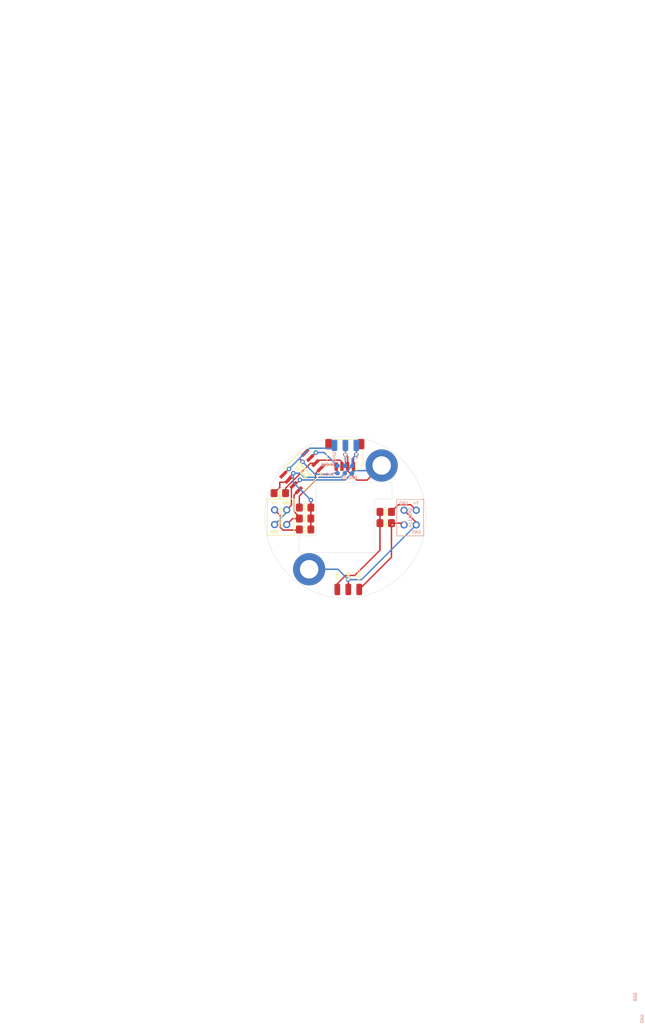
<source format=kicad_pcb>
(kicad_pcb (version 20171130) (host pcbnew "(5.1.10)-1")

  (general
    (thickness 1.6)
    (drawings 22)
    (tracks 127)
    (zones 0)
    (modules 27)
    (nets 13)
  )

  (page A4)
  (layers
    (0 F.Cu signal)
    (31 B.Cu signal)
    (32 B.Adhes user)
    (33 F.Adhes user)
    (34 B.Paste user)
    (35 F.Paste user)
    (36 B.SilkS user)
    (37 F.SilkS user)
    (38 B.Mask user)
    (39 F.Mask user)
    (40 Dwgs.User user hide)
    (41 Cmts.User user)
    (44 Edge.Cuts user)
    (45 Margin user)
    (46 B.CrtYd user)
    (47 F.CrtYd user)
    (48 B.Fab user)
    (49 F.Fab user)
  )

  (setup
    (last_trace_width 0.25)
    (trace_clearance 0.2)
    (zone_clearance 0.508)
    (zone_45_only no)
    (trace_min 0.2)
    (via_size 0.8)
    (via_drill 0.4)
    (via_min_size 0.4)
    (via_min_drill 0.3)
    (uvia_size 0.3)
    (uvia_drill 0.1)
    (uvias_allowed no)
    (uvia_min_size 0.2)
    (uvia_min_drill 0.1)
    (edge_width 0.05)
    (segment_width 0.2)
    (pcb_text_width 0.3)
    (pcb_text_size 1.5 1.5)
    (mod_edge_width 0.12)
    (mod_text_size 1 1)
    (mod_text_width 0.15)
    (pad_size 5 0.508)
    (pad_drill 5)
    (pad_to_mask_clearance 0.0508)
    (aux_axis_origin 0 0)
    (visible_elements 7FFFFF7F)
    (pcbplotparams
      (layerselection 0x010fc_ffffffff)
      (usegerberextensions false)
      (usegerberattributes true)
      (usegerberadvancedattributes true)
      (creategerberjobfile true)
      (excludeedgelayer true)
      (linewidth 0.100000)
      (plotframeref false)
      (viasonmask false)
      (mode 1)
      (useauxorigin false)
      (hpglpennumber 1)
      (hpglpenspeed 20)
      (hpglpendiameter 15.000000)
      (psnegative false)
      (psa4output false)
      (plotreference true)
      (plotvalue true)
      (plotinvisibletext false)
      (padsonsilk false)
      (subtractmaskfromsilk false)
      (outputformat 1)
      (mirror false)
      (drillshape 1)
      (scaleselection 1)
      (outputdirectory ""))
  )

  (net 0 "")
  (net 1 GND)
  (net 2 SYS_SWCLK)
  (net 3 SYS_SWDIO)
  (net 4 V_IN)
  (net 5 I2C1_SDA)
  (net 6 I2C1_SCl)
  (net 7 "Net-(R2-Pad1)")
  (net 8 GPIO_Input_2)
  (net 9 V_IN_2)
  (net 10 GPIO_Input_2_2)
  (net 11 GPIO_Input_1)
  (net 12 "Net-(R6-Pad1)")

  (net_class Default "This is the default net class."
    (clearance 0.2)
    (trace_width 0.25)
    (via_dia 0.8)
    (via_drill 0.4)
    (uvia_dia 0.3)
    (uvia_drill 0.1)
    (add_net GND)
    (add_net GPIO_Input_1)
    (add_net GPIO_Input_2)
    (add_net GPIO_Input_2_2)
    (add_net I2C1_SCl)
    (add_net I2C1_SDA)
    (add_net "Net-(R2-Pad1)")
    (add_net "Net-(R6-Pad1)")
    (add_net SYS_SWCLK)
    (add_net SYS_SWDIO)
    (add_net V_IN)
    (add_net V_IN_2)
  )

  (module "" (layer F.Cu) (tedit 0) (tstamp 0)
    (at 60.2 79.7)
    (fp_text reference "" (at 50.2 93.6) (layer F.SilkS)
      (effects (font (size 1.27 1.27) (thickness 0.15)))
    )
    (fp_text value "" (at 50.2 93.6) (layer F.SilkS)
      (effects (font (size 1.27 1.27) (thickness 0.15)))
    )
    (fp_text user GND (at 50.15 93.5 90) (layer B.SilkS)
      (effects (font (size 0.5 0.5) (thickness 0.125)) (justify mirror))
    )
  )

  (module "" (layer F.Cu) (tedit 0) (tstamp 0)
    (at 61.4 83.5)
    (fp_text reference "" (at 50.2 93.6) (layer F.SilkS)
      (effects (font (size 1.27 1.27) (thickness 0.15)))
    )
    (fp_text value "" (at 50.2 93.6) (layer F.SilkS)
      (effects (font (size 1.27 1.27) (thickness 0.15)))
    )
    (fp_text user GND (at 50.15 93.5 90) (layer B.SilkS)
      (effects (font (size 0.5 0.5) (thickness 0.125)) (justify mirror))
    )
  )

  (module "" (layer F.Cu) (tedit 0) (tstamp 0)
    (at 0.25 0.5)
    (fp_text reference "" (at 50.2 93.6) (layer F.SilkS)
      (effects (font (size 1.27 1.27) (thickness 0.15)))
    )
    (fp_text value "" (at 50.2 93.6) (layer F.SilkS)
      (effects (font (size 1.27 1.27) (thickness 0.15)))
    )
  )

  (module "" (layer F.Cu) (tedit 0) (tstamp 0)
    (at 60.2 79.7)
    (fp_text reference "" (at 50.2 93.6) (layer F.SilkS)
      (effects (font (size 1.27 1.27) (thickness 0.15)))
    )
    (fp_text value "" (at 50.2 93.6) (layer F.SilkS)
      (effects (font (size 1.27 1.27) (thickness 0.15)))
    )
    (fp_text user GND (at 50.15 93.5 90) (layer B.SilkS)
      (effects (font (size 0.5 0.5) (thickness 0.125)) (justify mirror))
    )
  )

  (module footprints:0.5mm_by_8mm_slot (layer F.Cu) (tedit 60C903E2) (tstamp 5F8FDD5A)
    (at 49.1744 93.6)
    (fp_text reference Slot (at 0 0.5) (layer F.SilkS) hide
      (effects (font (size 1 1) (thickness 0.15)))
    )
    (fp_text value 0.5mm_by_8mm_slot (at 0 -0.5) (layer F.Fab) hide
      (effects (font (size 1 1) (thickness 0.15)))
    )
    (pad "" np_thru_hole oval (at 0 -0.15) (size 5 0.508) (drill oval 5 0.508) (layers *.Cu *.Mask))
  )

  (module footprints:0.5mm_by_8mm_slot (layer F.Cu) (tedit 60C903AE) (tstamp 5F8FDD45)
    (at 70.866 86.7)
    (fp_text reference Slot (at 0 0.5) (layer F.SilkS) hide
      (effects (font (size 1 1) (thickness 0.15)))
    )
    (fp_text value 0.5mm_by_8mm_slot (at 0 -0.5) (layer F.Fab) hide
      (effects (font (size 1 1) (thickness 0.15)))
    )
    (pad "" np_thru_hole oval (at 0 -0.15) (size 5 0.508) (drill oval 5 0.508) (layers *.Cu *.Mask))
  )

  (module MountingHole:MountingHole_2.2mm_M2 (layer F.Cu) (tedit 56D1B4CB) (tstamp 5F8F2C23)
    (at 49.7 95.8)
    (descr "Mounting Hole 2.2mm, no annular, M2")
    (tags "mounting hole 2.2mm no annular m2")
    (attr virtual)
    (fp_text reference REF** (at 0 -3.2) (layer F.SilkS) hide
      (effects (font (size 1 1) (thickness 0.15)))
    )
    (fp_text value MountingHole_2.2mm_M2 (at 0 3.2) (layer F.Fab) hide
      (effects (font (size 1 1) (thickness 0.15)))
    )
    (fp_circle (center 0 0) (end 2.45 0) (layer F.CrtYd) (width 0.05))
    (fp_circle (center 0 0) (end 2.2 0) (layer Cmts.User) (width 0.15))
    (fp_text user %R (at 0.3 0) (layer F.Fab) hide
      (effects (font (size 1 1) (thickness 0.15)))
    )
    (pad 1 np_thru_hole circle (at 0 0) (size 2.2 2.2) (drill 2.2) (layers *.Cu *.Mask))
  )

  (module MountingHole:MountingHole_3.2mm_M3_DIN965_Pad (layer F.Cu) (tedit 56D1B4CB) (tstamp 5F8F2160)
    (at 53.7 99)
    (descr "Mounting Hole 3.2mm, M3, DIN965")
    (tags "mounting hole 3.2mm m3 din965")
    (path /5F909BA1)
    (attr virtual)
    (fp_text reference H1 (at 0 -3.8) (layer F.SilkS) hide
      (effects (font (size 1 1) (thickness 0.15)))
    )
    (fp_text value MountingHole_Pad (at 0 3.8) (layer F.Fab) hide
      (effects (font (size 1 1) (thickness 0.15)))
    )
    (fp_circle (center 0 0) (end 2.8 0) (layer Cmts.User) (width 0.15))
    (fp_circle (center 0 0) (end 3.05 0) (layer F.CrtYd) (width 0.05))
    (fp_text user %R (at 0.3 0) (layer F.Fab)
      (effects (font (size 1 1) (thickness 0.15)))
    )
    (pad 1 thru_hole circle (at 0 0) (size 5.6 5.6) (drill 3.2) (layers *.Cu *.Mask)
      (net 1 GND))
  )

  (module MountingHole:MountingHole_2.2mm_M2 (layer F.Cu) (tedit 56D1B4CB) (tstamp 5F8F71B5)
    (at 70.3 84.2)
    (descr "Mounting Hole 2.2mm, no annular, M2")
    (tags "mounting hole 2.2mm no annular m2")
    (attr virtual)
    (fp_text reference REF** (at 0 -3.2) (layer F.SilkS) hide
      (effects (font (size 1 1) (thickness 0.15)))
    )
    (fp_text value MountingHole_2.2mm_M2 (at 0 3.2) (layer F.Fab) hide
      (effects (font (size 1 1) (thickness 0.15)))
    )
    (fp_circle (center 0 0) (end 2.2 0) (layer Cmts.User) (width 0.15))
    (fp_circle (center 0 0) (end 2.45 0) (layer F.CrtYd) (width 0.05))
    (fp_text user %R (at 0.3 0) (layer F.Fab) hide
      (effects (font (size 1 1) (thickness 0.15)))
    )
    (pad 1 np_thru_hole circle (at 0 0) (size 2.2 2.2) (drill 2.2) (layers *.Cu *.Mask))
  )

  (module MountingHole:MountingHole_3.2mm_M3_DIN965_Pad (layer F.Cu) (tedit 56D1B4CB) (tstamp 5F8EAA48)
    (at 66.3 81)
    (descr "Mounting Hole 3.2mm, M3, DIN965")
    (tags "mounting hole 3.2mm m3 din965")
    (path /5F8D6382)
    (attr virtual)
    (fp_text reference H2 (at 0 -3.8) (layer F.SilkS) hide
      (effects (font (size 1 1) (thickness 0.15)))
    )
    (fp_text value MountingHole_Pad (at 0 3.8) (layer F.Fab) hide
      (effects (font (size 1 1) (thickness 0.15)))
    )
    (fp_circle (center 0 0) (end 2.8 0) (layer Cmts.User) (width 0.15))
    (fp_circle (center 0 0) (end 3.05 0) (layer F.CrtYd) (width 0.05))
    (fp_text user %R (at 0.3 0) (layer F.Fab)
      (effects (font (size 1 1) (thickness 0.15)))
    )
    (pad 1 thru_hole circle (at 0 0) (size 5.6 5.6) (drill 3.2) (layers *.Cu *.Mask)
      (net 1 GND))
  )

  (module Connector_JST:JST_SH_SM04B-SRSS-TB_1x04-1MP_P1.00mm_Horizontal (layer F.Cu) (tedit 5B78AD87) (tstamp 5F90AA9E)
    (at 59.9 79.175 180)
    (descr "JST SH series connector, SM04B-SRSS-TB (http://www.jst-mfg.com/product/pdf/eng/eSH.pdf), generated with kicad-footprint-generator")
    (tags "connector JST SH top entry")
    (path /5F8F98A2)
    (attr smd)
    (fp_text reference J1 (at 0.2 0.3 180) (layer F.SilkS) hide
      (effects (font (size 1 1) (thickness 0.15)))
    )
    (fp_text value Conn_01x04 (at 0 3.98 180) (layer F.Fab) hide
      (effects (font (size 1 1) (thickness 0.15)))
    )
    (fp_line (start -1.5 -0.967893) (end -1 -1.675) (layer F.Fab) (width 0.1))
    (fp_line (start -2 -1.675) (end -1.5 -0.967893) (layer F.Fab) (width 0.1))
    (fp_line (start 3.9 -3.28) (end -3.9 -3.28) (layer F.CrtYd) (width 0.05))
    (fp_line (start 3.9 3.28) (end 3.9 -3.28) (layer F.CrtYd) (width 0.05))
    (fp_line (start -3.9 3.28) (end 3.9 3.28) (layer F.CrtYd) (width 0.05))
    (fp_line (start -3.9 -3.28) (end -3.9 3.28) (layer F.CrtYd) (width 0.05))
    (fp_line (start 3 -1.675) (end 3 2.575) (layer F.Fab) (width 0.1))
    (fp_line (start -3 -1.675) (end -3 2.575) (layer F.Fab) (width 0.1))
    (fp_line (start -3 2.575) (end 3 2.575) (layer F.Fab) (width 0.1))
    (fp_line (start -1.94 2.685) (end 1.94 2.685) (layer F.SilkS) (width 0.12))
    (fp_line (start 3.11 -1.785) (end 2.06 -1.785) (layer F.SilkS) (width 0.12))
    (fp_line (start 3.11 0.715) (end 3.11 -1.785) (layer F.SilkS) (width 0.12))
    (fp_line (start -2.06 -1.785) (end -2.06 -2.775) (layer F.SilkS) (width 0.12))
    (fp_line (start -3.11 -1.785) (end -2.06 -1.785) (layer F.SilkS) (width 0.12))
    (fp_line (start -3.11 0.715) (end -3.11 -1.785) (layer F.SilkS) (width 0.12))
    (fp_line (start -3 -1.675) (end 3 -1.675) (layer F.Fab) (width 0.1))
    (pad MP smd roundrect (at 2.8 1.875 180) (size 1.2 1.8) (layers F.Cu F.Paste F.Mask) (roundrect_rratio 0.208333))
    (pad MP smd roundrect (at -2.8 1.875 180) (size 1.2 1.8) (layers F.Cu F.Paste F.Mask) (roundrect_rratio 0.208333))
    (pad 4 smd roundrect (at 1.5 -2 180) (size 0.6 1.55) (layers F.Cu F.Paste F.Mask) (roundrect_rratio 0.25)
      (net 6 I2C1_SCl))
    (pad 3 smd roundrect (at 0.5 -2 180) (size 0.6 1.55) (layers F.Cu F.Paste F.Mask) (roundrect_rratio 0.25)
      (net 5 I2C1_SDA))
    (pad 2 smd roundrect (at -0.5 -2 180) (size 0.6 1.55) (layers F.Cu F.Paste F.Mask) (roundrect_rratio 0.25)
      (net 1 GND))
    (pad 1 smd roundrect (at -1.5 -2 180) (size 0.6 1.55) (layers F.Cu F.Paste F.Mask) (roundrect_rratio 0.25)
      (net 4 V_IN))
    (model ${KISYS3DMOD}/Connector_JST.3dshapes/JST_SH_SM04B-SRSS-TB_1x04-1MP_P1.00mm_Horizontal.wrl
      (at (xyz 0 0 0))
      (scale (xyz 1 1 1))
      (rotate (xyz 0 0 0))
    )
  )

  (module Connector:Tag-Connect_TC2030-IDC-NL_2x03_P1.27mm_Vertical (layer B.Cu) (tedit 5A29CEA9) (tstamp 5F90E64C)
    (at 59.9 81.7)
    (descr "Tag-Connect programming header; http://www.tag-connect.com/Materials/TC2030-IDC-NL.pdf")
    (tags "tag connect programming header pogo pins")
    (path /5F84BCF7)
    (attr virtual)
    (fp_text reference J2 (at 0 -2.7) (layer B.SilkS) hide
      (effects (font (size 1 1) (thickness 0.15)) (justify mirror))
    )
    (fp_text value Conn_02x03_Counter_Clockwise (at 0 2.3) (layer B.Fab) hide
      (effects (font (size 1 1) (thickness 0.15)) (justify mirror))
    )
    (fp_line (start 0.635 -0.635) (end 1.27 0) (layer Dwgs.User) (width 0.1))
    (fp_line (start 0 -0.635) (end 1.27 0.635) (layer Dwgs.User) (width 0.1))
    (fp_line (start -0.635 -0.635) (end 0.635 0.635) (layer Dwgs.User) (width 0.1))
    (fp_line (start -1.27 0) (end -0.635 0.635) (layer Dwgs.User) (width 0.1))
    (fp_line (start -1.27 -0.635) (end 0 0.635) (layer Dwgs.User) (width 0.1))
    (fp_line (start -1.27 0.635) (end 1.27 0.635) (layer Dwgs.User) (width 0.1))
    (fp_line (start 1.27 0.635) (end 1.27 -0.635) (layer Dwgs.User) (width 0.1))
    (fp_line (start 1.27 -0.635) (end -1.27 -0.635) (layer Dwgs.User) (width 0.1))
    (fp_line (start -1.27 -0.635) (end -1.27 0.635) (layer Dwgs.User) (width 0.1))
    (fp_line (start -3.5 2) (end 3.5 2) (layer B.CrtYd) (width 0.05))
    (fp_line (start 3.5 2) (end 3.5 -2) (layer B.CrtYd) (width 0.05))
    (fp_line (start 3.5 -2) (end -3.5 -2) (layer B.CrtYd) (width 0.05))
    (fp_line (start -3.5 -2) (end -3.5 2) (layer B.CrtYd) (width 0.05))
    (fp_line (start -1.27 -1.27) (end -1.905 -1.27) (layer B.SilkS) (width 0.12))
    (fp_line (start -1.905 -1.27) (end -1.905 -0.635) (layer B.SilkS) (width 0.12))
    (fp_text user KEEPOUT (at 0 0) (layer Cmts.User) hide
      (effects (font (size 0.4 0.4) (thickness 0.07)))
    )
    (fp_text user %R (at 0 0) (layer B.Fab) hide
      (effects (font (size 1 1) (thickness 0.15)) (justify mirror))
    )
    (pad 6 connect circle (at 1.27 0.635) (size 0.7874 0.7874) (layers B.Cu B.Mask)
      (net 1 GND))
    (pad 5 connect circle (at 1.27 -0.635) (size 0.7874 0.7874) (layers B.Cu B.Mask)
      (net 4 V_IN))
    (pad 4 connect circle (at 0 0.635) (size 0.7874 0.7874) (layers B.Cu B.Mask)
      (net 4 V_IN))
    (pad 3 connect circle (at 0 -0.635) (size 0.7874 0.7874) (layers B.Cu B.Mask)
      (net 1 GND))
    (pad 2 connect circle (at -1.27 0.635) (size 0.7874 0.7874) (layers B.Cu B.Mask)
      (net 2 SYS_SWCLK))
    (pad 1 connect circle (at -1.27 -0.635) (size 0.7874 0.7874) (layers B.Cu B.Mask)
      (net 3 SYS_SWDIO))
    (pad "" np_thru_hole circle (at -2.54 0) (size 0.9906 0.9906) (drill 0.9906) (layers *.Cu *.Mask))
    (pad "" np_thru_hole circle (at 2.54 -1.016) (size 0.9906 0.9906) (drill 0.9906) (layers *.Cu *.Mask))
    (pad "" np_thru_hole circle (at 2.54 1.016) (size 0.9906 0.9906) (drill 0.9906) (layers *.Cu *.Mask))
  )

  (module footprints:QRD1114 (layer B.Cu) (tedit 0) (tstamp 5F8D4556)
    (at 70.19 91.3)
    (path /5F8D5657)
    (fp_text reference U3 (at 0.01 -1.27 90) (layer B.SilkS) hide
      (effects (font (size 0.5 0.5) (thickness 0.125)) (justify mirror))
    )
    (fp_text value QRD1114 (at 1.055 -1.27 90) (layer B.SilkS)
      (effects (font (size 0.5 0.5) (thickness 0.125)) (justify mirror))
    )
    (fp_line (start 3.2521 1.778) (end -1.1421 1.778) (layer B.Fab) (width 0.1524))
    (fp_line (start 3.2521 -4.318) (end -1.1421 -4.318) (layer B.Fab) (width 0.1524))
    (fp_line (start 3.2521 1.778) (end 3.2521 -4.318) (layer B.Fab) (width 0.1524))
    (fp_line (start -1.1421 1.778) (end -1.1421 -4.318) (layer B.Fab) (width 0.1524))
    (fp_line (start 3.3791 1.905) (end -1.2691 1.905) (layer B.SilkS) (width 0.1524))
    (fp_line (start 3.3791 -4.445) (end -1.2691 -4.445) (layer B.SilkS) (width 0.1524))
    (fp_line (start 3.3791 1.905) (end 3.3791 -4.445) (layer B.SilkS) (width 0.1524))
    (fp_line (start -1.2691 1.905) (end -1.2691 -4.445) (layer B.SilkS) (width 0.1524))
    (fp_line (start -1.3961 -4.572) (end -1.3961 2.032) (layer B.CrtYd) (width 0.1524))
    (fp_line (start -1.3961 2.032) (end 3.5061 2.032) (layer B.CrtYd) (width 0.1524))
    (fp_line (start 3.5061 2.032) (end 3.5061 -4.572) (layer B.CrtYd) (width 0.1524))
    (fp_line (start 3.5061 -4.572) (end -1.3961 -4.572) (layer B.CrtYd) (width 0.1524))
    (fp_circle (center -1.143 0) (end -1.0668 0) (layer B.Fab) (width 0.1524))
    (fp_circle (center -2.0311 0) (end -1.9549 0) (layer B.SilkS) (width 0.1524))
    (fp_text user "Copyright 2016 Accelerated Designs. All rights reserved." (at 0 0) (layer Cmts.User) hide
      (effects (font (size 0.127 0.127) (thickness 0.002)))
    )
    (fp_text user * (at 0 0) (layer B.SilkS)
      (effects (font (size 1 1) (thickness 0.15)) (justify mirror))
    )
    (fp_text user * (at 0 0) (layer B.Fab)
      (effects (font (size 1 1) (thickness 0.15)) (justify mirror))
    )
    (pad 1 thru_hole circle (at 0 0) (size 1.27 1.27) (drill 0.762) (layers *.Cu *.Mask)
      (net 10 GPIO_Input_2_2))
    (pad 2 thru_hole circle (at 0 -2.54) (size 1.27 1.27) (drill 0.762) (layers *.Cu *.Mask)
      (net 1 GND))
    (pad 3 thru_hole circle (at 2.11 -2.54) (size 1.27 1.27) (drill 0.762) (layers *.Cu *.Mask)
      (net 12 "Net-(R6-Pad1)"))
    (pad 4 thru_hole circle (at 2.11 0) (size 1.27 1.27) (drill 0.762) (layers *.Cu *.Mask)
      (net 1 GND))
  )

  (module Connector_Wire:SolderWirePad_1x01_SMD_1x2mm (layer F.Cu) (tedit 5DD6EB27) (tstamp 5F8DA882)
    (at 62.4 102.5)
    (descr "Wire Pad, Square, SMD Pad,  5mm x 10mm,")
    (tags "MesurementPoint Square SMDPad 5mmx10mm ")
    (path /5F902EBA)
    (attr virtual)
    (fp_text reference GPIO (at -0.043 -2.5256 90) (layer F.SilkS)
      (effects (font (size 0.5 0.5) (thickness 0.125)))
    )
    (fp_text value Conn_01x01 (at 0 2.54) (layer F.Fab) hide
      (effects (font (size 1 1) (thickness 0.15)))
    )
    (fp_line (start -0.63 1.27) (end -0.63 -1.27) (layer F.Fab) (width 0.1))
    (fp_line (start 0.63 1.27) (end -0.63 1.27) (layer F.Fab) (width 0.1))
    (fp_line (start 0.63 -1.27) (end 0.63 1.27) (layer F.Fab) (width 0.1))
    (fp_line (start -0.63 -1.27) (end 0.63 -1.27) (layer F.Fab) (width 0.1))
    (fp_line (start -0.63 -1.27) (end -0.63 1.27) (layer F.CrtYd) (width 0.05))
    (fp_line (start -0.63 1.27) (end 0.63 1.27) (layer F.CrtYd) (width 0.05))
    (fp_line (start 0.63 1.27) (end 0.63 -1.27) (layer F.CrtYd) (width 0.05))
    (fp_line (start 0.63 -1.27) (end -0.63 -1.27) (layer F.CrtYd) (width 0.05))
    (fp_text user %R (at 0 0) (layer F.Fab) hide
      (effects (font (size 1 1) (thickness 0.15)))
    )
    (pad 1 smd roundrect (at 0 0) (size 1 2) (layers F.Cu F.Paste F.Mask) (roundrect_rratio 0.25)
      (net 10 GPIO_Input_2_2))
  )

  (module Connector_Wire:SolderWirePad_1x01_SMD_1x2mm (layer B.Cu) (tedit 5DD6EB27) (tstamp 5F8DA874)
    (at 60 77.5)
    (descr "Wire Pad, Square, SMD Pad,  5mm x 10mm,")
    (tags "MesurementPoint Square SMDPad 5mmx10mm ")
    (path /5F902EC0)
    (attr virtual)
    (fp_text reference J7 (at 0 2.54) (layer B.SilkS) hide
      (effects (font (size 1 1) (thickness 0.15)) (justify mirror))
    )
    (fp_text value Conn_01x01 (at 0 -2.54) (layer B.Fab) hide
      (effects (font (size 1 1) (thickness 0.15)) (justify mirror))
    )
    (fp_line (start -0.63 -1.27) (end -0.63 1.27) (layer B.Fab) (width 0.1))
    (fp_line (start 0.63 -1.27) (end -0.63 -1.27) (layer B.Fab) (width 0.1))
    (fp_line (start 0.63 1.27) (end 0.63 -1.27) (layer B.Fab) (width 0.1))
    (fp_line (start -0.63 1.27) (end 0.63 1.27) (layer B.Fab) (width 0.1))
    (fp_line (start -0.63 1.27) (end -0.63 -1.27) (layer B.CrtYd) (width 0.05))
    (fp_line (start -0.63 -1.27) (end 0.63 -1.27) (layer B.CrtYd) (width 0.05))
    (fp_line (start 0.63 -1.27) (end 0.63 1.27) (layer B.CrtYd) (width 0.05))
    (fp_line (start 0.63 1.27) (end -0.63 1.27) (layer B.CrtYd) (width 0.05))
    (fp_text user GND (at 0.0456 1.9258 90) (layer B.SilkS)
      (effects (font (size 0.5 0.5) (thickness 0.125)) (justify mirror))
    )
    (pad 1 smd roundrect (at 0 0) (size 1 2) (layers B.Cu B.Paste B.Mask) (roundrect_rratio 0.25)
      (net 1 GND))
  )

  (module Connector_Wire:SolderWirePad_1x01_SMD_1x2mm (layer F.Cu) (tedit 5DD6EB27) (tstamp 5F90E1D2)
    (at 58.6 102.5)
    (descr "Wire Pad, Square, SMD Pad,  5mm x 10mm,")
    (tags "MesurementPoint Square SMDPad 5mmx10mm ")
    (path /5F902EC6)
    (attr virtual)
    (fp_text reference VIN (at 0.0232 -2.3478 90) (layer F.SilkS)
      (effects (font (size 0.5 0.5) (thickness 0.125)))
    )
    (fp_text value Conn_01x01 (at 0 2.54) (layer F.Fab) hide
      (effects (font (size 1 1) (thickness 0.15)))
    )
    (fp_line (start -0.63 1.27) (end -0.63 -1.27) (layer F.Fab) (width 0.1))
    (fp_line (start 0.63 1.27) (end -0.63 1.27) (layer F.Fab) (width 0.1))
    (fp_line (start 0.63 -1.27) (end 0.63 1.27) (layer F.Fab) (width 0.1))
    (fp_line (start -0.63 -1.27) (end 0.63 -1.27) (layer F.Fab) (width 0.1))
    (fp_line (start -0.63 -1.27) (end -0.63 1.27) (layer F.CrtYd) (width 0.05))
    (fp_line (start -0.63 1.27) (end 0.63 1.27) (layer F.CrtYd) (width 0.05))
    (fp_line (start 0.63 1.27) (end 0.63 -1.27) (layer F.CrtYd) (width 0.05))
    (fp_line (start 0.63 -1.27) (end -0.63 -1.27) (layer F.CrtYd) (width 0.05))
    (fp_text user %R (at 0 0) (layer F.Fab) hide
      (effects (font (size 1 1) (thickness 0.15)))
    )
    (pad 1 smd roundrect (at 0 0) (size 1 2) (layers F.Cu F.Paste F.Mask) (roundrect_rratio 0.25)
      (net 9 V_IN_2))
  )

  (module Connector_Wire:SolderWirePad_1x01_SMD_1x2mm (layer B.Cu) (tedit 5DD6EB27) (tstamp 5F90B1BF)
    (at 58.1 77.5)
    (descr "Wire Pad, Square, SMD Pad,  5mm x 10mm,")
    (tags "MesurementPoint Square SMDPad 5mmx10mm ")
    (path /5F8FAE6C)
    (attr virtual)
    (fp_text reference J5 (at 0 2.54) (layer B.SilkS) hide
      (effects (font (size 1 1) (thickness 0.15)) (justify mirror))
    )
    (fp_text value Conn_01x01 (at 0.1 -2.5) (layer B.Fab) hide
      (effects (font (size 1 1) (thickness 0.15)) (justify mirror))
    )
    (fp_line (start -0.63 -1.27) (end -0.63 1.27) (layer B.Fab) (width 0.1))
    (fp_line (start 0.63 -1.27) (end -0.63 -1.27) (layer B.Fab) (width 0.1))
    (fp_line (start 0.63 1.27) (end 0.63 -1.27) (layer B.Fab) (width 0.1))
    (fp_line (start -0.63 1.27) (end 0.63 1.27) (layer B.Fab) (width 0.1))
    (fp_line (start -0.63 1.27) (end -0.63 -1.27) (layer B.CrtYd) (width 0.05))
    (fp_line (start -0.63 -1.27) (end 0.63 -1.27) (layer B.CrtYd) (width 0.05))
    (fp_line (start 0.63 -1.27) (end 0.63 1.27) (layer B.CrtYd) (width 0.05))
    (fp_line (start 0.63 1.27) (end -0.63 1.27) (layer B.CrtYd) (width 0.05))
    (fp_text user GPIO (at 0.0152 2.002 90) (layer B.SilkS)
      (effects (font (size 0.5 0.5) (thickness 0.125)) (justify mirror))
    )
    (pad 1 smd roundrect (at 0 0) (size 1 2) (layers B.Cu B.Paste B.Mask) (roundrect_rratio 0.25)
      (net 8 GPIO_Input_2))
  )

  (module Connector_Wire:SolderWirePad_1x01_SMD_1x2mm (layer F.Cu) (tedit 5DD6EB27) (tstamp 5F8DA84A)
    (at 60.5 102.5)
    (descr "Wire Pad, Square, SMD Pad,  5mm x 10mm,")
    (tags "MesurementPoint Square SMDPad 5mmx10mm ")
    (path /5F8FA899)
    (attr virtual)
    (fp_text reference GND (at 0.0028 -2.3478 90) (layer F.SilkS)
      (effects (font (size 0.5 0.5) (thickness 0.125)))
    )
    (fp_text value Conn_01x01 (at 0 2.54) (layer F.Fab) hide
      (effects (font (size 1 1) (thickness 0.15)))
    )
    (fp_line (start -0.63 1.27) (end -0.63 -1.27) (layer F.Fab) (width 0.1))
    (fp_line (start 0.63 1.27) (end -0.63 1.27) (layer F.Fab) (width 0.1))
    (fp_line (start 0.63 -1.27) (end 0.63 1.27) (layer F.Fab) (width 0.1))
    (fp_line (start -0.63 -1.27) (end 0.63 -1.27) (layer F.Fab) (width 0.1))
    (fp_line (start -0.63 -1.27) (end -0.63 1.27) (layer F.CrtYd) (width 0.05))
    (fp_line (start -0.63 1.27) (end 0.63 1.27) (layer F.CrtYd) (width 0.05))
    (fp_line (start 0.63 1.27) (end 0.63 -1.27) (layer F.CrtYd) (width 0.05))
    (fp_line (start 0.63 -1.27) (end -0.63 -1.27) (layer F.CrtYd) (width 0.05))
    (fp_text user %R (at 0 0) (layer F.Fab) hide
      (effects (font (size 1 1) (thickness 0.15)))
    )
    (pad 1 smd roundrect (at 0 0) (size 1 2) (layers F.Cu F.Paste F.Mask) (roundrect_rratio 0.25)
      (net 1 GND))
  )

  (module Connector_Wire:SolderWirePad_1x01_SMD_1x2mm (layer B.Cu) (tedit 5DD6EB27) (tstamp 5F8DC62F)
    (at 61.9 77.5)
    (descr "Wire Pad, Square, SMD Pad,  5mm x 10mm,")
    (tags "MesurementPoint Square SMDPad 5mmx10mm ")
    (path /5F8ED92E)
    (attr virtual)
    (fp_text reference J3 (at 0 2.54) (layer B.SilkS) hide
      (effects (font (size 1 1) (thickness 0.15)) (justify mirror))
    )
    (fp_text value Conn_01x01 (at 0 -2.54) (layer B.Fab) hide
      (effects (font (size 1 1) (thickness 0.15)) (justify mirror))
    )
    (fp_line (start -0.63 -1.27) (end -0.63 1.27) (layer B.Fab) (width 0.1))
    (fp_line (start 0.63 -1.27) (end -0.63 -1.27) (layer B.Fab) (width 0.1))
    (fp_line (start 0.63 1.27) (end 0.63 -1.27) (layer B.Fab) (width 0.1))
    (fp_line (start -0.63 1.27) (end 0.63 1.27) (layer B.Fab) (width 0.1))
    (fp_line (start -0.63 1.27) (end -0.63 -1.27) (layer B.CrtYd) (width 0.05))
    (fp_line (start -0.63 -1.27) (end 0.63 -1.27) (layer B.CrtYd) (width 0.05))
    (fp_line (start 0.63 -1.27) (end 0.63 1.27) (layer B.CrtYd) (width 0.05))
    (fp_line (start 0.63 1.27) (end -0.63 1.27) (layer B.CrtYd) (width 0.05))
    (fp_text user VIN (at 0.076 1.8242 270) (layer B.SilkS)
      (effects (font (size 0.5 0.5) (thickness 0.125)) (justify mirror))
    )
    (pad 1 smd roundrect (at 0 0) (size 1 2) (layers B.Cu B.Paste B.Mask) (roundrect_rratio 0.25)
      (net 4 V_IN))
  )

  (module Resistor_SMD:R_0805_2012Metric_Pad1.20x1.40mm_HandSolder (layer F.Cu) (tedit 5F68FEEE) (tstamp 5F8D447F)
    (at 67 89.05 180)
    (descr "Resistor SMD 0805 (2012 Metric), square (rectangular) end terminal, IPC_7351 nominal with elongated pad for handsoldering. (Body size source: IPC-SM-782 page 72, https://www.pcb-3d.com/wordpress/wp-content/uploads/ipc-sm-782a_amendment_1_and_2.pdf), generated with kicad-footprint-generator")
    (tags "resistor handsolder")
    (path /5F8D5651)
    (attr smd)
    (fp_text reference R6 (at 0 -2 90) (layer F.SilkS)
      (effects (font (size 0.5 0.5) (thickness 0.125)))
    )
    (fp_text value R (at 0 1.65) (layer F.Fab) hide
      (effects (font (size 1 1) (thickness 0.15)))
    )
    (fp_line (start 1.85 0.95) (end -1.85 0.95) (layer F.CrtYd) (width 0.05))
    (fp_line (start 1.85 -0.95) (end 1.85 0.95) (layer F.CrtYd) (width 0.05))
    (fp_line (start -1.85 -0.95) (end 1.85 -0.95) (layer F.CrtYd) (width 0.05))
    (fp_line (start -1.85 0.95) (end -1.85 -0.95) (layer F.CrtYd) (width 0.05))
    (fp_line (start -0.227064 0.735) (end 0.227064 0.735) (layer F.SilkS) (width 0.12))
    (fp_line (start -0.227064 -0.735) (end 0.227064 -0.735) (layer F.SilkS) (width 0.12))
    (fp_line (start 1 0.625) (end -1 0.625) (layer F.Fab) (width 0.1))
    (fp_line (start 1 -0.625) (end 1 0.625) (layer F.Fab) (width 0.1))
    (fp_line (start -1 -0.625) (end 1 -0.625) (layer F.Fab) (width 0.1))
    (fp_line (start -1 0.625) (end -1 -0.625) (layer F.Fab) (width 0.1))
    (fp_text user %R (at 0 0) (layer F.Fab) hide
      (effects (font (size 0.5 0.5) (thickness 0.08)))
    )
    (pad 2 smd roundrect (at 1 0 180) (size 1.2 1.4) (layers F.Cu F.Paste F.Mask) (roundrect_rratio 0.208333)
      (net 9 V_IN_2))
    (pad 1 smd roundrect (at -1 0 180) (size 1.2 1.4) (layers F.Cu F.Paste F.Mask) (roundrect_rratio 0.208333)
      (net 12 "Net-(R6-Pad1)"))
    (model ${KISYS3DMOD}/Resistor_SMD.3dshapes/R_0805_2012Metric.wrl
      (at (xyz 0 0 0))
      (scale (xyz 1 1 1))
      (rotate (xyz 0 0 0))
    )
  )

  (module Resistor_SMD:R_0805_2012Metric_Pad1.20x1.40mm_HandSolder (layer F.Cu) (tedit 5F68FEEE) (tstamp 5F8D446E)
    (at 67 91 180)
    (descr "Resistor SMD 0805 (2012 Metric), square (rectangular) end terminal, IPC_7351 nominal with elongated pad for handsoldering. (Body size source: IPC-SM-782 page 72, https://www.pcb-3d.com/wordpress/wp-content/uploads/ipc-sm-782a_amendment_1_and_2.pdf), generated with kicad-footprint-generator")
    (tags "resistor handsolder")
    (path /5F8D5633)
    (attr smd)
    (fp_text reference R5 (at 0 1.95 90) (layer F.SilkS)
      (effects (font (size 0.5 0.5) (thickness 0.125)))
    )
    (fp_text value R (at 0 1.65) (layer F.Fab) hide
      (effects (font (size 1 1) (thickness 0.15)))
    )
    (fp_line (start 1.85 0.95) (end -1.85 0.95) (layer F.CrtYd) (width 0.05))
    (fp_line (start 1.85 -0.95) (end 1.85 0.95) (layer F.CrtYd) (width 0.05))
    (fp_line (start -1.85 -0.95) (end 1.85 -0.95) (layer F.CrtYd) (width 0.05))
    (fp_line (start -1.85 0.95) (end -1.85 -0.95) (layer F.CrtYd) (width 0.05))
    (fp_line (start -0.227064 0.735) (end 0.227064 0.735) (layer F.SilkS) (width 0.12))
    (fp_line (start -0.227064 -0.735) (end 0.227064 -0.735) (layer F.SilkS) (width 0.12))
    (fp_line (start 1 0.625) (end -1 0.625) (layer F.Fab) (width 0.1))
    (fp_line (start 1 -0.625) (end 1 0.625) (layer F.Fab) (width 0.1))
    (fp_line (start -1 -0.625) (end 1 -0.625) (layer F.Fab) (width 0.1))
    (fp_line (start -1 0.625) (end -1 -0.625) (layer F.Fab) (width 0.1))
    (fp_text user %R (at 0 0) (layer F.Fab) hide
      (effects (font (size 0.5 0.5) (thickness 0.08)))
    )
    (pad 2 smd roundrect (at 1 0 180) (size 1.2 1.4) (layers F.Cu F.Paste F.Mask) (roundrect_rratio 0.208333)
      (net 9 V_IN_2))
    (pad 1 smd roundrect (at -1 0 180) (size 1.2 1.4) (layers F.Cu F.Paste F.Mask) (roundrect_rratio 0.208333)
      (net 10 GPIO_Input_2_2))
    (model ${KISYS3DMOD}/Resistor_SMD.3dshapes/R_0805_2012Metric.wrl
      (at (xyz 0 0 0))
      (scale (xyz 1 1 1))
      (rotate (xyz 0 0 0))
    )
  )

  (module footprints:QRD1114 (layer F.Cu) (tedit 0) (tstamp 5F8CA424)
    (at 49.81 91.24 180)
    (path /5F83DF7A)
    (fp_text reference U2 (at 0.01 1.24 270) (layer F.SilkS) hide
      (effects (font (size 0.5 0.5) (thickness 0.125)))
    )
    (fp_text value QRD1114 (at 1.055 1.27 270) (layer F.SilkS)
      (effects (font (size 0.5 0.5) (thickness 0.125)))
    )
    (fp_circle (center -2.0311 0) (end -1.9549 0) (layer F.SilkS) (width 0.1524))
    (fp_circle (center -1.143 0) (end -1.0668 0) (layer F.Fab) (width 0.1524))
    (fp_line (start 3.5061 4.572) (end -1.3961 4.572) (layer F.CrtYd) (width 0.1524))
    (fp_line (start 3.5061 -2.032) (end 3.5061 4.572) (layer F.CrtYd) (width 0.1524))
    (fp_line (start -1.3961 -2.032) (end 3.5061 -2.032) (layer F.CrtYd) (width 0.1524))
    (fp_line (start -1.3961 4.572) (end -1.3961 -2.032) (layer F.CrtYd) (width 0.1524))
    (fp_line (start -1.2691 -1.905) (end -1.2691 4.445) (layer F.SilkS) (width 0.1524))
    (fp_line (start 3.3791 -1.905) (end 3.3791 4.445) (layer F.SilkS) (width 0.1524))
    (fp_line (start 3.3791 4.445) (end -1.2691 4.445) (layer F.SilkS) (width 0.1524))
    (fp_line (start 3.3791 -1.905) (end -1.2691 -1.905) (layer F.SilkS) (width 0.1524))
    (fp_line (start -1.1421 -1.778) (end -1.1421 4.318) (layer F.Fab) (width 0.1524))
    (fp_line (start 3.2521 -1.778) (end 3.2521 4.318) (layer F.Fab) (width 0.1524))
    (fp_line (start 3.2521 4.318) (end -1.1421 4.318) (layer F.Fab) (width 0.1524))
    (fp_line (start 3.2521 -1.778) (end -1.1421 -1.778) (layer F.Fab) (width 0.1524))
    (fp_text user * (at 0 0) (layer F.Fab) hide
      (effects (font (size 1 1) (thickness 0.15)))
    )
    (fp_text user * (at 0 0) (layer F.SilkS) hide
      (effects (font (size 1 1) (thickness 0.15)))
    )
    (fp_text user "Copyright 2016 Accelerated Designs. All rights reserved." (at 0 0) (layer Cmts.User)
      (effects (font (size 0.127 0.127) (thickness 0.002)))
    )
    (pad 4 thru_hole circle (at 2.11 0 180) (size 1.27 1.27) (drill 0.762) (layers *.Cu *.Mask)
      (net 1 GND))
    (pad 3 thru_hole circle (at 2.11 2.54 180) (size 1.27 1.27) (drill 0.762) (layers *.Cu *.Mask)
      (net 7 "Net-(R2-Pad1)"))
    (pad 2 thru_hole circle (at 0 2.54 180) (size 1.27 1.27) (drill 0.762) (layers *.Cu *.Mask)
      (net 1 GND))
    (pad 1 thru_hole circle (at 0 0 180) (size 1.27 1.27) (drill 0.762) (layers *.Cu *.Mask)
      (net 11 GPIO_Input_1))
  )

  (module Resistor_SMD:R_0805_2012Metric_Pad1.20x1.40mm_HandSolder (layer F.Cu) (tedit 5F68FEEE) (tstamp 5F8F57A6)
    (at 48.6 85.8 180)
    (descr "Resistor SMD 0805 (2012 Metric), square (rectangular) end terminal, IPC_7351 nominal with elongated pad for handsoldering. (Body size source: IPC-SM-782 page 72, https://www.pcb-3d.com/wordpress/wp-content/uploads/ipc-sm-782a_amendment_1_and_2.pdf), generated with kicad-footprint-generator")
    (tags "resistor handsolder")
    (path /5F84C499)
    (attr smd)
    (fp_text reference R4 (at 0 -0.1 270) (layer F.SilkS)
      (effects (font (size 0.5 0.5) (thickness 0.125)))
    )
    (fp_text value R (at 0 1.65) (layer F.Fab) hide
      (effects (font (size 1 1) (thickness 0.15)))
    )
    (fp_line (start 1.85 0.95) (end -1.85 0.95) (layer F.CrtYd) (width 0.05))
    (fp_line (start 1.85 -0.95) (end 1.85 0.95) (layer F.CrtYd) (width 0.05))
    (fp_line (start -1.85 -0.95) (end 1.85 -0.95) (layer F.CrtYd) (width 0.05))
    (fp_line (start -1.85 0.95) (end -1.85 -0.95) (layer F.CrtYd) (width 0.05))
    (fp_line (start -0.227064 0.735) (end 0.227064 0.735) (layer F.SilkS) (width 0.12))
    (fp_line (start -0.227064 -0.735) (end 0.227064 -0.735) (layer F.SilkS) (width 0.12))
    (fp_line (start 1 0.625) (end -1 0.625) (layer F.Fab) (width 0.1))
    (fp_line (start 1 -0.625) (end 1 0.625) (layer F.Fab) (width 0.1))
    (fp_line (start -1 -0.625) (end 1 -0.625) (layer F.Fab) (width 0.1))
    (fp_line (start -1 0.625) (end -1 -0.625) (layer F.Fab) (width 0.1))
    (fp_text user %R (at 0 0) (layer F.Fab) hide
      (effects (font (size 0.5 0.5) (thickness 0.08)))
    )
    (pad 2 smd roundrect (at 1 0 180) (size 1.2 1.4) (layers F.Cu F.Paste F.Mask) (roundrect_rratio 0.208333)
      (net 4 V_IN))
    (pad 1 smd roundrect (at -1 0 180) (size 1.2 1.4) (layers F.Cu F.Paste F.Mask) (roundrect_rratio 0.208333)
      (net 5 I2C1_SDA))
    (model ${KISYS3DMOD}/Resistor_SMD.3dshapes/R_0805_2012Metric.wrl
      (at (xyz 0 0 0))
      (scale (xyz 1 1 1))
      (rotate (xyz 0 0 0))
    )
  )

  (module Resistor_SMD:R_0805_2012Metric_Pad1.20x1.40mm_HandSolder (layer F.Cu) (tedit 5F68FEEE) (tstamp 5F8F1E0B)
    (at 53 88.3 180)
    (descr "Resistor SMD 0805 (2012 Metric), square (rectangular) end terminal, IPC_7351 nominal with elongated pad for handsoldering. (Body size source: IPC-SM-782 page 72, https://www.pcb-3d.com/wordpress/wp-content/uploads/ipc-sm-782a_amendment_1_and_2.pdf), generated with kicad-footprint-generator")
    (tags "resistor handsolder")
    (path /5F84A787)
    (attr smd)
    (fp_text reference R3 (at 0 0 90) (layer F.SilkS)
      (effects (font (size 0.5 0.5) (thickness 0.125)))
    )
    (fp_text value R (at 0 1.65) (layer F.Fab) hide
      (effects (font (size 1 1) (thickness 0.15)))
    )
    (fp_line (start 1.85 0.95) (end -1.85 0.95) (layer F.CrtYd) (width 0.05))
    (fp_line (start 1.85 -0.95) (end 1.85 0.95) (layer F.CrtYd) (width 0.05))
    (fp_line (start -1.85 -0.95) (end 1.85 -0.95) (layer F.CrtYd) (width 0.05))
    (fp_line (start -1.85 0.95) (end -1.85 -0.95) (layer F.CrtYd) (width 0.05))
    (fp_line (start -0.227064 0.735) (end 0.227064 0.735) (layer F.SilkS) (width 0.12))
    (fp_line (start -0.227064 -0.735) (end 0.227064 -0.735) (layer F.SilkS) (width 0.12))
    (fp_line (start 1 0.625) (end -1 0.625) (layer F.Fab) (width 0.1))
    (fp_line (start 1 -0.625) (end 1 0.625) (layer F.Fab) (width 0.1))
    (fp_line (start -1 -0.625) (end 1 -0.625) (layer F.Fab) (width 0.1))
    (fp_line (start -1 0.625) (end -1 -0.625) (layer F.Fab) (width 0.1))
    (fp_text user %R (at 0 0) (layer F.Fab) hide
      (effects (font (size 0.5 0.5) (thickness 0.08)))
    )
    (pad 2 smd roundrect (at 1 0 180) (size 1.2 1.4) (layers F.Cu F.Paste F.Mask) (roundrect_rratio 0.208333)
      (net 6 I2C1_SCl))
    (pad 1 smd roundrect (at -1 0 180) (size 1.2 1.4) (layers F.Cu F.Paste F.Mask) (roundrect_rratio 0.208333)
      (net 4 V_IN))
    (model ${KISYS3DMOD}/Resistor_SMD.3dshapes/R_0805_2012Metric.wrl
      (at (xyz 0 0 0))
      (scale (xyz 1 1 1))
      (rotate (xyz 0 0 0))
    )
  )

  (module Resistor_SMD:R_0805_2012Metric_Pad1.20x1.40mm_HandSolder (layer F.Cu) (tedit 5F68FEEE) (tstamp 5F8F3C6B)
    (at 53 92.1)
    (descr "Resistor SMD 0805 (2012 Metric), square (rectangular) end terminal, IPC_7351 nominal with elongated pad for handsoldering. (Body size source: IPC-SM-782 page 72, https://www.pcb-3d.com/wordpress/wp-content/uploads/ipc-sm-782a_amendment_1_and_2.pdf), generated with kicad-footprint-generator")
    (tags "resistor handsolder")
    (path /5F848894)
    (attr smd)
    (fp_text reference R2 (at 0 0 90) (layer F.SilkS)
      (effects (font (size 0.5 0.5) (thickness 0.125)))
    )
    (fp_text value R (at 0 1.65) (layer F.Fab) hide
      (effects (font (size 1 1) (thickness 0.15)))
    )
    (fp_line (start 1.85 0.95) (end -1.85 0.95) (layer F.CrtYd) (width 0.05))
    (fp_line (start 1.85 -0.95) (end 1.85 0.95) (layer F.CrtYd) (width 0.05))
    (fp_line (start -1.85 -0.95) (end 1.85 -0.95) (layer F.CrtYd) (width 0.05))
    (fp_line (start -1.85 0.95) (end -1.85 -0.95) (layer F.CrtYd) (width 0.05))
    (fp_line (start -0.227064 0.735) (end 0.227064 0.735) (layer F.SilkS) (width 0.12))
    (fp_line (start -0.227064 -0.735) (end 0.227064 -0.735) (layer F.SilkS) (width 0.12))
    (fp_line (start 1 0.625) (end -1 0.625) (layer F.Fab) (width 0.1))
    (fp_line (start 1 -0.625) (end 1 0.625) (layer F.Fab) (width 0.1))
    (fp_line (start -1 -0.625) (end 1 -0.625) (layer F.Fab) (width 0.1))
    (fp_line (start -1 0.625) (end -1 -0.625) (layer F.Fab) (width 0.1))
    (fp_text user %R (at 0 0) (layer F.Fab) hide
      (effects (font (size 0.5 0.5) (thickness 0.08)))
    )
    (pad 2 smd roundrect (at 1 0) (size 1.2 1.4) (layers F.Cu F.Paste F.Mask) (roundrect_rratio 0.208333)
      (net 4 V_IN))
    (pad 1 smd roundrect (at -1 0) (size 1.2 1.4) (layers F.Cu F.Paste F.Mask) (roundrect_rratio 0.208333)
      (net 7 "Net-(R2-Pad1)"))
    (model ${KISYS3DMOD}/Resistor_SMD.3dshapes/R_0805_2012Metric.wrl
      (at (xyz 0 0 0))
      (scale (xyz 1 1 1))
      (rotate (xyz 0 0 0))
    )
  )

  (module Resistor_SMD:R_0805_2012Metric_Pad1.20x1.40mm_HandSolder (layer F.Cu) (tedit 5F68FEEE) (tstamp 5F8AB6ED)
    (at 53 90.2)
    (descr "Resistor SMD 0805 (2012 Metric), square (rectangular) end terminal, IPC_7351 nominal with elongated pad for handsoldering. (Body size source: IPC-SM-782 page 72, https://www.pcb-3d.com/wordpress/wp-content/uploads/ipc-sm-782a_amendment_1_and_2.pdf), generated with kicad-footprint-generator")
    (tags "resistor handsolder")
    (path /5F849D6B)
    (attr smd)
    (fp_text reference R1 (at 0 0 90) (layer F.SilkS)
      (effects (font (size 0.5 0.5) (thickness 0.125)))
    )
    (fp_text value R (at 0 1.65) (layer F.Fab) hide
      (effects (font (size 1 1) (thickness 0.15)))
    )
    (fp_line (start 1.85 0.95) (end -1.85 0.95) (layer F.CrtYd) (width 0.05))
    (fp_line (start 1.85 -0.95) (end 1.85 0.95) (layer F.CrtYd) (width 0.05))
    (fp_line (start -1.85 -0.95) (end 1.85 -0.95) (layer F.CrtYd) (width 0.05))
    (fp_line (start -1.85 0.95) (end -1.85 -0.95) (layer F.CrtYd) (width 0.05))
    (fp_line (start -0.227064 0.735) (end 0.227064 0.735) (layer F.SilkS) (width 0.12))
    (fp_line (start -0.227064 -0.735) (end 0.227064 -0.735) (layer F.SilkS) (width 0.12))
    (fp_line (start 1 0.625) (end -1 0.625) (layer F.Fab) (width 0.1))
    (fp_line (start 1 -0.625) (end 1 0.625) (layer F.Fab) (width 0.1))
    (fp_line (start -1 -0.625) (end 1 -0.625) (layer F.Fab) (width 0.1))
    (fp_line (start -1 0.625) (end -1 -0.625) (layer F.Fab) (width 0.1))
    (fp_text user %R (at 0 0) (layer F.Fab) hide
      (effects (font (size 0.5 0.5) (thickness 0.08)))
    )
    (pad 2 smd roundrect (at 1 0) (size 1.2 1.4) (layers F.Cu F.Paste F.Mask) (roundrect_rratio 0.208333)
      (net 4 V_IN))
    (pad 1 smd roundrect (at -1 0) (size 1.2 1.4) (layers F.Cu F.Paste F.Mask) (roundrect_rratio 0.208333)
      (net 11 GPIO_Input_1))
    (model ${KISYS3DMOD}/Resistor_SMD.3dshapes/R_0805_2012Metric.wrl
      (at (xyz 0 0 0))
      (scale (xyz 1 1 1))
      (rotate (xyz 0 0 0))
    )
  )

  (module footprints:STM32G030J6M6 (layer F.Cu) (tedit 0) (tstamp 5F8DAF3D)
    (at 52.452204 82.045821 45)
    (path /5F8AA901)
    (fp_text reference 30J6M6 (at -0.216645 0.001397 315) (layer F.SilkS)
      (effects (font (size 0.5 0.5) (thickness 0.125)))
    )
    (fp_text value STM32G0 (at 0.631883 0.001397 135) (layer F.SilkS)
      (effects (font (size 0.5 0.5) (thickness 0.125)))
    )
    (fp_line (start -2.2606 2.438) (end -3.702799 2.438) (layer F.CrtYd) (width 0.1524))
    (fp_line (start -2.2606 2.7559) (end -2.2606 2.438) (layer F.CrtYd) (width 0.1524))
    (fp_line (start 2.2606 2.7559) (end -2.2606 2.7559) (layer F.CrtYd) (width 0.1524))
    (fp_line (start 2.2606 2.438) (end 2.2606 2.7559) (layer F.CrtYd) (width 0.1524))
    (fp_line (start 3.702799 2.438) (end 2.2606 2.438) (layer F.CrtYd) (width 0.1524))
    (fp_line (start 3.702799 -2.438) (end 3.702799 2.438) (layer F.CrtYd) (width 0.1524))
    (fp_line (start 2.2606 -2.438) (end 3.702799 -2.438) (layer F.CrtYd) (width 0.1524))
    (fp_line (start 2.2606 -2.7559) (end 2.2606 -2.438) (layer F.CrtYd) (width 0.1524))
    (fp_line (start -2.2606 -2.7559) (end 2.2606 -2.7559) (layer F.CrtYd) (width 0.1524))
    (fp_line (start -2.2606 -2.438) (end -2.2606 -2.7559) (layer F.CrtYd) (width 0.1524))
    (fp_line (start -3.702799 -2.438) (end -2.2606 -2.438) (layer F.CrtYd) (width 0.1524))
    (fp_line (start -3.702799 2.438) (end -3.702799 -2.438) (layer F.CrtYd) (width 0.1524))
    (fp_line (start -2.0066 -2.5019) (end -2.0066 2.5019) (layer F.Fab) (width 0.1524))
    (fp_line (start 2.0066 -2.5019) (end -2.0066 -2.5019) (layer F.Fab) (width 0.1524))
    (fp_line (start 2.0066 2.5019) (end 2.0066 -2.5019) (layer F.Fab) (width 0.1524))
    (fp_line (start -2.0066 2.5019) (end 2.0066 2.5019) (layer F.Fab) (width 0.1524))
    (fp_line (start 2.1336 -2.6289) (end -2.1336 -2.6289) (layer F.SilkS) (width 0.1524))
    (fp_line (start -2.1336 2.6289) (end 2.1336 2.6289) (layer F.SilkS) (width 0.1524))
    (fp_line (start 3.0988 -2.159) (end 2.0066 -2.159) (layer F.Fab) (width 0.1524))
    (fp_line (start 3.0988 -1.651) (end 3.0988 -2.159) (layer F.Fab) (width 0.1524))
    (fp_line (start 2.0066 -1.651) (end 3.0988 -1.651) (layer F.Fab) (width 0.1524))
    (fp_line (start 2.0066 -2.159) (end 2.0066 -1.651) (layer F.Fab) (width 0.1524))
    (fp_line (start 3.0988 -0.889) (end 2.0066 -0.889) (layer F.Fab) (width 0.1524))
    (fp_line (start 3.0988 -0.381) (end 3.0988 -0.889) (layer F.Fab) (width 0.1524))
    (fp_line (start 2.0066 -0.381) (end 3.0988 -0.381) (layer F.Fab) (width 0.1524))
    (fp_line (start 2.0066 -0.889) (end 2.0066 -0.381) (layer F.Fab) (width 0.1524))
    (fp_line (start 3.0988 0.381) (end 2.0066 0.381) (layer F.Fab) (width 0.1524))
    (fp_line (start 3.0988 0.889) (end 3.0988 0.381) (layer F.Fab) (width 0.1524))
    (fp_line (start 2.0066 0.889) (end 3.0988 0.889) (layer F.Fab) (width 0.1524))
    (fp_line (start 2.0066 0.381) (end 2.0066 0.889) (layer F.Fab) (width 0.1524))
    (fp_line (start 3.0988 1.651) (end 2.0066 1.651) (layer F.Fab) (width 0.1524))
    (fp_line (start 3.0988 2.159) (end 3.0988 1.651) (layer F.Fab) (width 0.1524))
    (fp_line (start 2.0066 2.159) (end 3.0988 2.159) (layer F.Fab) (width 0.1524))
    (fp_line (start 2.0066 1.651) (end 2.0066 2.159) (layer F.Fab) (width 0.1524))
    (fp_line (start -3.0988 2.159) (end -2.0066 2.159) (layer F.Fab) (width 0.1524))
    (fp_line (start -3.0988 1.651) (end -3.0988 2.159) (layer F.Fab) (width 0.1524))
    (fp_line (start -2.0066 1.651) (end -3.0988 1.651) (layer F.Fab) (width 0.1524))
    (fp_line (start -2.0066 2.159) (end -2.0066 1.651) (layer F.Fab) (width 0.1524))
    (fp_line (start -3.0988 0.889) (end -2.0066 0.889) (layer F.Fab) (width 0.1524))
    (fp_line (start -3.0988 0.381) (end -3.0988 0.889) (layer F.Fab) (width 0.1524))
    (fp_line (start -2.0066 0.381) (end -3.0988 0.381) (layer F.Fab) (width 0.1524))
    (fp_line (start -2.0066 0.889) (end -2.0066 0.381) (layer F.Fab) (width 0.1524))
    (fp_line (start -3.0988 -0.381) (end -2.0066 -0.381) (layer F.Fab) (width 0.1524))
    (fp_line (start -3.0988 -0.889) (end -3.0988 -0.381) (layer F.Fab) (width 0.1524))
    (fp_line (start -2.0066 -0.889) (end -3.0988 -0.889) (layer F.Fab) (width 0.1524))
    (fp_line (start -2.0066 -0.381) (end -2.0066 -0.889) (layer F.Fab) (width 0.1524))
    (fp_line (start -3.0988 -1.651) (end -2.0066 -1.651) (layer F.Fab) (width 0.1524))
    (fp_line (start -3.0988 -2.159) (end -3.0988 -1.651) (layer F.Fab) (width 0.1524))
    (fp_line (start -2.0066 -2.159) (end -3.0988 -2.159) (layer F.Fab) (width 0.1524))
    (fp_line (start -2.0066 -1.651) (end -2.0066 -2.159) (layer F.Fab) (width 0.1524))
    (fp_arc (start 0 -2.5019) (end 0.3048 -2.5019) (angle 180) (layer F.Fab) (width 0.1524))
    (fp_text user * (at -1.6256 -2.4257 45) (layer F.Fab) hide
      (effects (font (size 1 1) (thickness 0.15)))
    )
    (fp_text user * (at -2.9337 -3.606 45) (layer F.SilkS) hide
      (effects (font (size 1 1) (thickness 0.15)))
    )
    (fp_text user 0.061in/1.538mm (at -2.6797 4.9149 45) (layer Dwgs.User)
      (effects (font (size 1 1) (thickness 0.15)))
    )
    (fp_text user 0.211in/5.359mm (at 0 -4.9149 45) (layer Dwgs.User)
      (effects (font (size 1 1) (thickness 0.15)))
    )
    (fp_text user 0.022in/0.558mm (at 5.7277 -1.905 45) (layer Dwgs.User)
      (effects (font (size 1 1) (thickness 0.15)))
    )
    (fp_text user 0.05in/1.27mm (at -5.7277 -1.27 45) (layer Dwgs.User)
      (effects (font (size 1 1) (thickness 0.15)))
    )
    (fp_text user * (at -1.6256 -2.4257 45) (layer F.Fab) hide
      (effects (font (size 1 1) (thickness 0.15)))
    )
    (fp_text user * (at -2.9337 -3.606 45) (layer F.SilkS) hide
      (effects (font (size 1 1) (thickness 0.15)))
    )
    (fp_text user "Copyright 2016 Accelerated Designs. All rights reserved." (at 0 0 45) (layer Cmts.User)
      (effects (font (size 0.127 0.127) (thickness 0.002)))
    )
    (pad 8 smd rect (at 2.6797 -1.905 45) (size 1.538199 0.558) (layers F.Cu F.Paste F.Mask)
      (net 2 SYS_SWCLK))
    (pad 7 smd rect (at 2.6797 -0.635 45) (size 1.538199 0.558) (layers F.Cu F.Paste F.Mask)
      (net 3 SYS_SWDIO))
    (pad 6 smd rect (at 2.6797 0.635 45) (size 1.538199 0.558) (layers F.Cu F.Paste F.Mask)
      (net 5 I2C1_SDA))
    (pad 5 smd rect (at 2.6797 1.905 45) (size 1.538199 0.558) (layers F.Cu F.Paste F.Mask)
      (net 6 I2C1_SCl))
    (pad 4 smd rect (at -2.6797 1.905 45) (size 1.538199 0.558) (layers F.Cu F.Paste F.Mask)
      (net 11 GPIO_Input_1))
    (pad 3 smd rect (at -2.6797 0.635 45) (size 1.538199 0.558) (layers F.Cu F.Paste F.Mask)
      (net 1 GND))
    (pad 2 smd rect (at -2.6797 -0.635 45) (size 1.538199 0.558) (layers F.Cu F.Paste F.Mask)
      (net 4 V_IN))
    (pad 1 smd rect (at -2.6797 -1.905 45) (size 1.538199 0.558) (layers F.Cu F.Paste F.Mask)
      (net 8 GPIO_Input_2))
  )

  (gr_line (start 68.0974 86.8) (end 68.0974 83.8962) (layer Edge.Cuts) (width 0.05) (tstamp 60C9042E))
  (gr_line (start 67.0052 83.8962) (end 66.802 83.947) (layer Dwgs.User) (width 0.15))
  (gr_line (start 66.1162 83.8962) (end 67.0052 83.8962) (layer Dwgs.User) (width 0.15))
  (gr_text VIN (at 59.8 83.1) (layer B.SilkS)
    (effects (font (size 0.5 0.5) (thickness 0.125)) (justify mirror))
  )
  (gr_text GND (at 61.3 83.1) (layer B.SilkS)
    (effects (font (size 0.5 0.5) (thickness 0.125)) (justify mirror))
  )
  (gr_text V+ (at 47.7012 87.4522) (layer F.SilkS)
    (effects (font (size 0.5 0.5) (thickness 0.125)))
  )
  (gr_text GND (at 49.784 87.4522) (layer F.SilkS)
    (effects (font (size 0.5 0.5) (thickness 0.125)))
  )
  (gr_text GND (at 47.625 92.5068) (layer F.SilkS) (tstamp 5F90EB17)
    (effects (font (size 0.5 0.5) (thickness 0.125)))
  )
  (gr_text V+ (at 72.2122 87.4776) (layer B.SilkS) (tstamp 5F90E964)
    (effects (font (size 0.5 0.5) (thickness 0.125)) (justify mirror))
  )
  (gr_text GND (at 70.104 87.5538) (layer B.SilkS) (tstamp 5F90E964)
    (effects (font (size 0.5 0.5) (thickness 0.125)) (justify mirror))
  )
  (gr_text GND (at 72.3138 92.5322) (layer B.SilkS)
    (effects (font (size 0.5 0.5) (thickness 0.125)) (justify mirror))
  )
  (gr_text SWCLK (at 56.896 82.55) (layer B.SilkS)
    (effects (font (size 0.5 0.5) (thickness 0.125)) (justify mirror))
  )
  (gr_text SWDIO (at 56.896 80.8482) (layer B.SilkS)
    (effects (font (size 0.5 0.5) (thickness 0.125)) (justify mirror))
  )
  (gr_line (start 54.9 83.9) (end 54.9 93.2) (layer Edge.Cuts) (width 0.05) (tstamp 5F8FDCD6))
  (gr_line (start 65.1 86.8) (end 65.1 96.1) (layer Edge.Cuts) (width 0.05) (tstamp 5F8FDCD5))
  (gr_line (start 51.9176 93.2) (end 54.9 93.2) (layer Edge.Cuts) (width 0.05))
  (gr_line (start 51.9176 96.1) (end 51.9176 93.2) (layer Edge.Cuts) (width 0.05))
  (gr_line (start 54.9 96.1) (end 51.9176 96.1) (layer Edge.Cuts) (width 0.05))
  (gr_line (start 68.0974 86.8) (end 65.1 86.8) (layer Edge.Cuts) (width 0.05))
  (gr_circle (center 60 90) (end 74 90) (layer Edge.Cuts) (width 0.05))
  (gr_line (start 68.0974 83.8962) (end 54.9 83.9) (layer Edge.Cuts) (width 0.05))
  (gr_line (start 54.9 96.1) (end 65.1 96.1) (layer Edge.Cuts) (width 0.05) (tstamp 5F8DB029))

  (segment (start 60 77.5) (end 60 79.1) (width 0.25) (layer B.Cu) (net 1))
  (segment (start 60 79.1) (end 60 79.1) (width 0.25) (layer B.Cu) (net 1) (tstamp 5F8F3B2B))
  (via (at 60 79.1) (size 0.8) (drill 0.4) (layers F.Cu B.Cu) (net 1))
  (segment (start 60.4 79.5) (end 60 79.1) (width 0.25) (layer F.Cu) (net 1))
  (segment (start 60.4 81.175) (end 60.4 79.5) (width 0.25) (layer F.Cu) (net 1))
  (segment (start 72.3 90.87) (end 72.3 91.3) (width 0.25) (layer F.Cu) (net 1))
  (segment (start 70.19 88.76) (end 72.3 90.87) (width 0.25) (layer F.Cu) (net 1))
  (via (at 60.5 100.8) (size 0.8) (drill 0.4) (layers F.Cu B.Cu) (net 1))
  (segment (start 60.5 100.8) (end 60.5 102.5) (width 0.25) (layer F.Cu) (net 1))
  (segment (start 62.8 100.8) (end 60.5 100.8) (width 0.25) (layer B.Cu) (net 1))
  (segment (start 72.3 91.3) (end 62.8 100.8) (width 0.25) (layer B.Cu) (net 1))
  (segment (start 58.7 99) (end 60.5 100.8) (width 0.25) (layer B.Cu) (net 1))
  (segment (start 53.7 99) (end 58.7 99) (width 0.25) (layer B.Cu) (net 1))
  (segment (start 49.81 89.13) (end 49.81 88.7) (width 0.25) (layer B.Cu) (net 1))
  (segment (start 47.7 91.24) (end 49.81 89.13) (width 0.25) (layer B.Cu) (net 1))
  (segment (start 50.62498 84.771071) (end 51.006383 84.389668) (width 0.25) (layer F.Cu) (net 1))
  (segment (start 50.62498 87.88502) (end 50.62498 84.771071) (width 0.25) (layer F.Cu) (net 1))
  (segment (start 49.81 88.7) (end 50.62498 87.88502) (width 0.25) (layer F.Cu) (net 1))
  (segment (start 60 81) (end 59.9 81.1) (width 0.25) (layer B.Cu) (net 1))
  (segment (start 60 79.1) (end 60 81) (width 0.25) (layer B.Cu) (net 1))
  (segment (start 61.17 82.335) (end 60.001289 83.503711) (width 0.25) (layer B.Cu) (net 1))
  (segment (start 51.006383 84.389668) (end 51.010332 84.389668) (width 0.25) (layer F.Cu) (net 1))
  (segment (start 51.9 83.5) (end 52.1 83.5) (width 0.25) (layer F.Cu) (net 1))
  (via (at 52.1 83.5) (size 0.8) (drill 0.4) (layers F.Cu B.Cu) (net 1))
  (segment (start 51.210332 84.389668) (end 52.1 83.5) (width 0.25) (layer F.Cu) (net 1))
  (segment (start 51.006383 84.389668) (end 51.210332 84.389668) (width 0.25) (layer F.Cu) (net 1))
  (segment (start 52.103711 83.503711) (end 52.1 83.5) (width 0.25) (layer B.Cu) (net 1))
  (segment (start 60.001289 83.503711) (end 52.103711 83.503711) (width 0.25) (layer B.Cu) (net 1))
  (segment (start 64.373002 81) (end 66.3 81) (width 0.25) (layer F.Cu) (net 1))
  (segment (start 65.404301 81.895699) (end 66.3 81) (width 0.25) (layer B.Cu) (net 1))
  (segment (start 61.609301 81.895699) (end 65.404301 81.895699) (width 0.25) (layer B.Cu) (net 1))
  (segment (start 61.17 82.335) (end 61.609301 81.895699) (width 0.25) (layer B.Cu) (net 1))
  (segment (start 61.986301 83.536301) (end 63.763699 83.536301) (width 0.25) (layer F.Cu) (net 1))
  (segment (start 60.4 81.95) (end 61.986301 83.536301) (width 0.25) (layer F.Cu) (net 1))
  (segment (start 63.763699 83.536301) (end 66.3 81) (width 0.25) (layer F.Cu) (net 1))
  (segment (start 60.4 81.175) (end 60.4 81.95) (width 0.25) (layer F.Cu) (net 1))
  (segment (start 53 78.803949) (end 53 78.8) (width 0.25) (layer F.Cu) (net 2))
  (segment (start 53 78.803949) (end 52.996051 78.803949) (width 0.25) (layer F.Cu) (net 2))
  (segment (start 52.996051 78.803949) (end 52 79.8) (width 0.25) (layer F.Cu) (net 2))
  (segment (start 52 79.8) (end 52.55 80.35) (width 0.25) (layer F.Cu) (net 2))
  (segment (start 52.55 80.35) (end 52.7 80.5) (width 0.25) (layer F.Cu) (net 2) (tstamp 5F8F484B))
  (via (at 52.55 80.35) (size 0.8) (drill 0.4) (layers F.Cu B.Cu) (net 2))
  (segment (start 54.720301 82.520301) (end 52.55 80.35) (width 0.25) (layer B.Cu) (net 2))
  (segment (start 57.779699 82.520301) (end 54.720301 82.520301) (width 0.25) (layer B.Cu) (net 2))
  (segment (start 57.965 82.335) (end 57.779699 82.520301) (width 0.25) (layer B.Cu) (net 2))
  (segment (start 58.63 82.335) (end 57.965 82.335) (width 0.25) (layer B.Cu) (net 2))
  (segment (start 53.898025 79.701974) (end 53.898026 79.701974) (width 0.25) (layer F.Cu) (net 3))
  (segment (start 53.898026 79.701974) (end 54.85 78.75) (width 0.25) (layer F.Cu) (net 3))
  (segment (start 54.85 78.75) (end 54.9 78.7) (width 0.25) (layer F.Cu) (net 3) (tstamp 5F8F450B))
  (via (at 54.85 78.75) (size 0.8) (drill 0.4) (layers F.Cu B.Cu) (net 3))
  (segment (start 54.85 78.75) (end 55.991 78.75) (width 0.25) (layer B.Cu) (net 3))
  (segment (start 56.315 78.75) (end 55.991 78.75) (width 0.25) (layer B.Cu) (net 3))
  (segment (start 58.63 81.065) (end 56.315 78.75) (width 0.25) (layer B.Cu) (net 3))
  (via (at 61.9 79.1) (size 0.8) (drill 0.4) (layers F.Cu B.Cu) (net 4))
  (segment (start 54 92.1) (end 54 90.2) (width 0.25) (layer F.Cu) (net 4))
  (segment (start 54 88.3) (end 54 90.2) (width 0.25) (layer F.Cu) (net 4) (tstamp 5F8F576A))
  (segment (start 50.108357 83.491642) (end 50.108357 83.191643) (width 0.25) (layer F.Cu) (net 4))
  (segment (start 50.108357 83.191643) (end 50.95 82.35) (width 0.25) (layer F.Cu) (net 4))
  (segment (start 50.95 82.35) (end 51 82.3) (width 0.25) (layer F.Cu) (net 4) (tstamp 5F8F5D2E))
  (via (at 50.95 82.35) (size 0.8) (drill 0.4) (layers F.Cu B.Cu) (net 4))
  (segment (start 61.4 80.87) (end 61.17 81.1) (width 0.25) (layer B.Cu) (net 4))
  (segment (start 59.9 82.335) (end 59.181299 83.053701) (width 0.25) (layer B.Cu) (net 4))
  (segment (start 59.181299 83.053701) (end 52.853701 83.053701) (width 0.25) (layer B.Cu) (net 4))
  (segment (start 52.15 82.35) (end 50.95 82.35) (width 0.25) (layer B.Cu) (net 4))
  (segment (start 52.853701 83.053701) (end 52.15 82.35) (width 0.25) (layer B.Cu) (net 4))
  (segment (start 61.17 81.065) (end 59.9 82.335) (width 0.25) (layer B.Cu) (net 4))
  (segment (start 54 88.3) (end 54 87) (width 0.25) (layer F.Cu) (net 4))
  (segment (start 54 87) (end 54 86.7) (width 0.25) (layer F.Cu) (net 4) (tstamp 5F8F7980))
  (via (at 54 87) (size 0.8) (drill 0.4) (layers F.Cu B.Cu) (net 4))
  (segment (start 50.95 83.95) (end 54 87) (width 0.25) (layer B.Cu) (net 4))
  (segment (start 50.95 82.35) (end 50.95 83.95) (width 0.25) (layer B.Cu) (net 4))
  (segment (start 61.9 77.5) (end 61.9 79.1) (width 0.25) (layer B.Cu) (net 4))
  (segment (start 61.17 79.83) (end 61.9 79.1) (width 0.25) (layer B.Cu) (net 4))
  (segment (start 61.17 81.065) (end 61.17 79.83) (width 0.25) (layer B.Cu) (net 4))
  (segment (start 61.4 79.6) (end 61.868296 79.131704) (width 0.25) (layer F.Cu) (net 4))
  (segment (start 61.4 81.175) (end 61.4 79.6) (width 0.25) (layer F.Cu) (net 4))
  (segment (start 49.699999 83.9) (end 48.6 83.9) (width 0.25) (layer F.Cu) (net 4))
  (segment (start 48.6 84.8) (end 47.6 85.8) (width 0.25) (layer F.Cu) (net 4))
  (segment (start 48.6 83.9) (end 48.6 84.8) (width 0.25) (layer F.Cu) (net 4))
  (segment (start 55.321061 80.07499) (end 54.796051 80.6) (width 0.25) (layer F.Cu) (net 5))
  (segment (start 59.07499 80.07499) (end 55.321061 80.07499) (width 0.25) (layer F.Cu) (net 5))
  (segment (start 59.4 80.4) (end 59.07499 80.07499) (width 0.25) (layer F.Cu) (net 5))
  (segment (start 59.4 81.175) (end 59.4 80.4) (width 0.25) (layer F.Cu) (net 5))
  (segment (start 53.941849 80.6) (end 54.796051 80.6) (width 0.25) (layer F.Cu) (net 5))
  (segment (start 49.6 84.941849) (end 53.941849 80.6) (width 0.25) (layer F.Cu) (net 5))
  (segment (start 49.6 85.6) (end 49.4 85.8) (width 0.25) (layer F.Cu) (net 5))
  (segment (start 49.6 84.941849) (end 49.6 85.8) (width 0.25) (layer F.Cu) (net 5))
  (segment (start 56.317101 80.875) (end 55.694076 81.498025) (width 0.25) (layer F.Cu) (net 6))
  (segment (start 58.1 80.875) (end 56.317101 80.875) (width 0.25) (layer F.Cu) (net 6))
  (segment (start 58.4 81.175) (end 58.1 80.875) (width 0.25) (layer F.Cu) (net 6))
  (segment (start 52 88.3) (end 52 86.305012) (width 0.25) (layer F.Cu) (net 6))
  (segment (start 54.8 82.392101) (end 55.694076 81.498025) (width 0.25) (layer F.Cu) (net 6))
  (segment (start 52 86.305012) (end 54.8 83.505012) (width 0.25) (layer F.Cu) (net 6))
  (segment (start 54.8 83.505012) (end 54.8 82.392101) (width 0.25) (layer F.Cu) (net 6))
  (segment (start 48.660001 89.660001) (end 47.7 88.7) (width 0.25) (layer F.Cu) (net 7))
  (segment (start 48.660001 91.700801) (end 48.660001 89.660001) (width 0.25) (layer F.Cu) (net 7))
  (segment (start 51.899999 92.200001) (end 49.159201 92.200001) (width 0.25) (layer F.Cu) (net 7))
  (segment (start 49.159201 92.200001) (end 48.660001 91.700801) (width 0.25) (layer F.Cu) (net 7))
  (segment (start 52 92.1) (end 51.899999 92.200001) (width 0.25) (layer F.Cu) (net 7))
  (segment (start 49.210332 82.593617) (end 49.210332 82.589668) (width 0.25) (layer F.Cu) (net 8))
  (segment (start 49.210332 82.589668) (end 50.2 81.6) (width 0.25) (layer F.Cu) (net 8))
  (segment (start 50.2 81.6) (end 50.3 81.5) (width 0.25) (layer F.Cu) (net 8) (tstamp 5F8F4783))
  (via (at 50.2 81.6) (size 0.8) (drill 0.4) (layers F.Cu B.Cu) (net 8))
  (segment (start 53.8 78) (end 53.65 78.15) (width 0.25) (layer B.Cu) (net 8))
  (segment (start 57.6 78) (end 53.8 78) (width 0.25) (layer B.Cu) (net 8))
  (segment (start 53.65 78.15) (end 53.775001 78.024999) (width 0.25) (layer B.Cu) (net 8))
  (segment (start 58.1 77.5) (end 57.6 78) (width 0.25) (layer B.Cu) (net 8))
  (segment (start 50.2 81.6) (end 53.65 78.15) (width 0.25) (layer B.Cu) (net 8))
  (segment (start 66 89) (end 66 91) (width 0.25) (layer F.Cu) (net 9))
  (segment (start 66 95.694988) (end 61.619989 100.074999) (width 0.25) (layer F.Cu) (net 9))
  (segment (start 66 91) (end 66 95.694988) (width 0.25) (layer F.Cu) (net 9))
  (segment (start 58.6 101.5) (end 58.6 102.5) (width 0.25) (layer F.Cu) (net 9))
  (segment (start 60.025001 100.074999) (end 58.6 101.5) (width 0.25) (layer F.Cu) (net 9))
  (segment (start 61.619989 100.074999) (end 60.025001 100.074999) (width 0.25) (layer F.Cu) (net 9))
  (segment (start 69.89 91) (end 70.19 91.3) (width 0.25) (layer F.Cu) (net 10))
  (segment (start 68 91) (end 69.89 91) (width 0.25) (layer F.Cu) (net 10))
  (segment (start 68 96.9) (end 62.4 102.5) (width 0.25) (layer F.Cu) (net 10))
  (segment (start 68 91) (end 68 96.9) (width 0.25) (layer F.Cu) (net 10))
  (segment (start 50.85 90.2) (end 49.81 91.24) (width 0.25) (layer F.Cu) (net 11))
  (segment (start 52 90.2) (end 50.85 90.2) (width 0.25) (layer F.Cu) (net 11))
  (segment (start 51.07499 86.117111) (end 51.904408 85.287693) (width 0.25) (layer F.Cu) (net 11))
  (segment (start 51.07499 88.98818) (end 51.07499 86.117111) (width 0.25) (layer F.Cu) (net 11))
  (segment (start 52 89.91319) (end 51.07499 88.98818) (width 0.25) (layer F.Cu) (net 11))
  (segment (start 52 90.2) (end 52 89.91319) (width 0.25) (layer F.Cu) (net 11))
  (segment (start 71.339999 87.799999) (end 72.3 88.76) (width 0.25) (layer F.Cu) (net 12))
  (segment (start 69.200001 87.799999) (end 71.339999 87.799999) (width 0.25) (layer F.Cu) (net 12))
  (segment (start 68 89) (end 69.200001 87.799999) (width 0.25) (layer F.Cu) (net 12))

)

</source>
